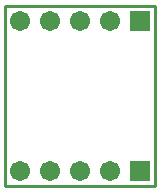
<source format=gbs>
%FSLAX25Y25*%
%MOIN*%
G70*
G01*
G75*
G04 Layer_Color=16711935*
%ADD10R,0.05118X0.03347*%
%ADD11R,0.05315X0.03740*%
%ADD12R,0.03347X0.05118*%
%ADD13R,0.01181X0.05118*%
%ADD14C,0.00800*%
%ADD15C,0.01000*%
%ADD16C,0.05906*%
%ADD17R,0.05906X0.05906*%
%ADD18C,0.02756*%
%ADD19C,0.00984*%
%ADD20C,0.02362*%
%ADD21C,0.00787*%
%ADD22C,0.00394*%
%ADD23R,0.05918X0.04147*%
%ADD24R,0.06115X0.04540*%
%ADD25R,0.04147X0.05918*%
%ADD26R,0.01981X0.05918*%
%ADD27C,0.06706*%
%ADD28R,0.06706X0.06706*%
D15*
X145000Y135000D02*
X195000D01*
Y195000D01*
X145000D02*
X195000D01*
X145000Y135000D02*
Y195000D01*
D27*
X150000Y190000D02*
D03*
X160000D02*
D03*
X170000D02*
D03*
X180000D02*
D03*
X150000Y140000D02*
D03*
X160000D02*
D03*
X170000D02*
D03*
X180000D02*
D03*
D28*
X190000Y190000D02*
D03*
Y140000D02*
D03*
M02*

</source>
